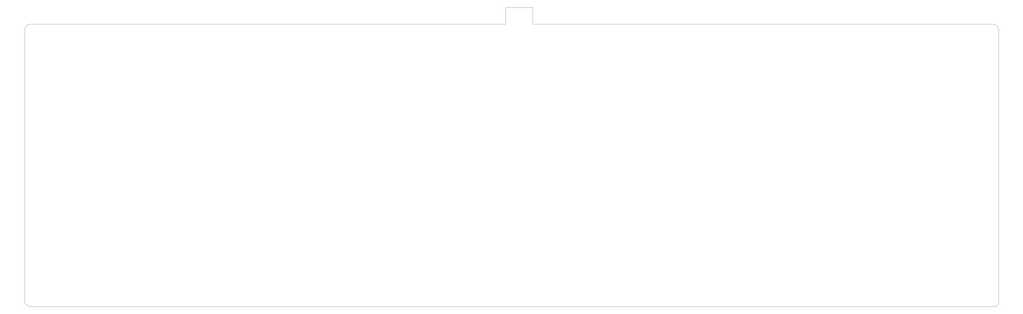
<source format=gbr>
G04 #@! TF.GenerationSoftware,KiCad,Pcbnew,(5.0.2)-1*
G04 #@! TF.CreationDate,2019-10-15T21:32:33+05:30*
G04 #@! TF.ProjectId,keyboard,6b657962-6f61-4726-942e-6b696361645f,rev?*
G04 #@! TF.SameCoordinates,Original*
G04 #@! TF.FileFunction,Profile,NP*
%FSLAX46Y46*%
G04 Gerber Fmt 4.6, Leading zero omitted, Abs format (unit mm)*
G04 Created by KiCad (PCBNEW (5.0.2)-1) date 10/15/2019 9:32:33 PM*
%MOMM*%
%LPD*%
G01*
G04 APERTURE LIST*
%ADD10C,0.100000*%
G04 APERTURE END LIST*
D10*
X229000000Y-38000000D02*
X229100000Y-38000000D01*
X59500000Y-38000000D02*
X219600000Y-38000000D01*
X57500000Y-40000000D02*
X57500000Y-131300000D01*
X385000000Y-133300000D02*
X59500000Y-133300000D01*
X386200000Y-40000000D02*
X386200000Y-132100000D01*
X384200000Y-38000000D02*
X229100000Y-38000000D01*
X384200000Y-38000000D02*
G75*
G02X386200000Y-40000000I0J-2000000D01*
G01*
X57500000Y-40000000D02*
G75*
G02X59500000Y-38000000I2000000J0D01*
G01*
X59500000Y-133300000D02*
G75*
G02X57500000Y-131300000I0J2000000D01*
G01*
X386200000Y-132100000D02*
G75*
G02X385000000Y-133300000I-1200000J0D01*
G01*
X219800000Y-32400000D02*
X229000000Y-32400000D01*
X229000000Y-34600000D02*
X229000000Y-38000000D01*
X229000000Y-34600000D02*
X229000000Y-32400000D01*
X219800000Y-38000000D02*
X219800000Y-33900000D01*
X219700000Y-38000000D02*
X219800000Y-38000000D01*
X219600000Y-38000000D02*
X219700000Y-38000000D01*
X219800000Y-33900000D02*
X219800000Y-32400000D01*
M02*

</source>
